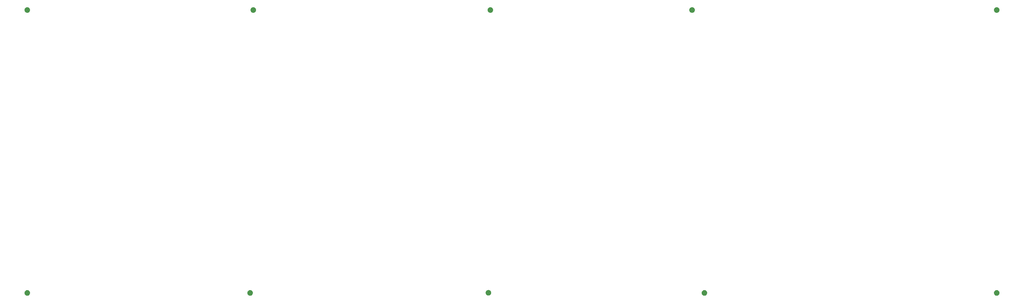
<source format=gbs>
G04 #@! TF.GenerationSoftware,KiCad,Pcbnew,(5.1.5-0-10_14)*
G04 #@! TF.CreationDate,2020-03-08T13:20:43+09:00*
G04 #@! TF.ProjectId,ColiceKeyPlate,436f6c69-6365-44b6-9579-506c6174652e,rev?*
G04 #@! TF.SameCoordinates,Original*
G04 #@! TF.FileFunction,Soldermask,Bot*
G04 #@! TF.FilePolarity,Negative*
%FSLAX46Y46*%
G04 Gerber Fmt 4.6, Leading zero omitted, Abs format (unit mm)*
G04 Created by KiCad (PCBNEW (5.1.5-0-10_14)) date 2020-03-08 13:20:43*
%MOMM*%
%LPD*%
G04 APERTURE LIST*
%ADD10C,0.100000*%
G04 APERTURE END LIST*
D10*
G36*
X429684549Y-133511116D02*
G01*
X429795734Y-133533232D01*
X430005203Y-133619997D01*
X430193720Y-133745960D01*
X430354040Y-133906280D01*
X430480003Y-134094797D01*
X430546058Y-134254267D01*
X430566768Y-134304267D01*
X430601055Y-134476636D01*
X430611000Y-134526636D01*
X430611000Y-134753364D01*
X430566768Y-134975734D01*
X430480003Y-135185203D01*
X430354040Y-135373720D01*
X430193720Y-135534040D01*
X430005203Y-135660003D01*
X429795734Y-135746768D01*
X429684549Y-135768884D01*
X429573365Y-135791000D01*
X429346635Y-135791000D01*
X429235451Y-135768884D01*
X429124266Y-135746768D01*
X428914797Y-135660003D01*
X428726280Y-135534040D01*
X428565960Y-135373720D01*
X428439997Y-135185203D01*
X428353232Y-134975734D01*
X428309000Y-134753364D01*
X428309000Y-134526636D01*
X428318946Y-134476636D01*
X428353232Y-134304267D01*
X428373943Y-134254267D01*
X428439997Y-134094797D01*
X428565960Y-133906280D01*
X428726280Y-133745960D01*
X428914797Y-133619997D01*
X429124266Y-133533232D01*
X429235451Y-133511116D01*
X429346635Y-133489000D01*
X429573365Y-133489000D01*
X429684549Y-133511116D01*
G37*
G36*
X308734549Y-133511116D02*
G01*
X308845734Y-133533232D01*
X309055203Y-133619997D01*
X309243720Y-133745960D01*
X309404040Y-133906280D01*
X309530003Y-134094797D01*
X309596058Y-134254267D01*
X309616768Y-134304267D01*
X309651055Y-134476636D01*
X309661000Y-134526636D01*
X309661000Y-134753364D01*
X309616768Y-134975734D01*
X309530003Y-135185203D01*
X309404040Y-135373720D01*
X309243720Y-135534040D01*
X309055203Y-135660003D01*
X308845734Y-135746768D01*
X308734549Y-135768884D01*
X308623365Y-135791000D01*
X308396635Y-135791000D01*
X308285451Y-135768884D01*
X308174266Y-135746768D01*
X307964797Y-135660003D01*
X307776280Y-135534040D01*
X307615960Y-135373720D01*
X307489997Y-135185203D01*
X307403232Y-134975734D01*
X307359000Y-134753364D01*
X307359000Y-134526636D01*
X307368946Y-134476636D01*
X307403232Y-134304267D01*
X307423943Y-134254267D01*
X307489997Y-134094797D01*
X307615960Y-133906280D01*
X307776280Y-133745960D01*
X307964797Y-133619997D01*
X308174266Y-133533232D01*
X308285451Y-133511116D01*
X308396635Y-133489000D01*
X308623365Y-133489000D01*
X308734549Y-133511116D01*
G37*
G36*
X120784549Y-133511116D02*
G01*
X120895734Y-133533232D01*
X121105203Y-133619997D01*
X121293720Y-133745960D01*
X121454040Y-133906280D01*
X121580003Y-134094797D01*
X121646058Y-134254267D01*
X121666768Y-134304267D01*
X121701055Y-134476636D01*
X121711000Y-134526636D01*
X121711000Y-134753364D01*
X121666768Y-134975734D01*
X121580003Y-135185203D01*
X121454040Y-135373720D01*
X121293720Y-135534040D01*
X121105203Y-135660003D01*
X120895734Y-135746768D01*
X120784549Y-135768884D01*
X120673365Y-135791000D01*
X120446635Y-135791000D01*
X120335451Y-135768884D01*
X120224266Y-135746768D01*
X120014797Y-135660003D01*
X119826280Y-135534040D01*
X119665960Y-135373720D01*
X119539997Y-135185203D01*
X119453232Y-134975734D01*
X119409000Y-134753364D01*
X119409000Y-134526636D01*
X119418946Y-134476636D01*
X119453232Y-134304267D01*
X119473943Y-134254267D01*
X119539997Y-134094797D01*
X119665960Y-133906280D01*
X119826280Y-133745960D01*
X120014797Y-133619997D01*
X120224266Y-133533232D01*
X120335451Y-133511116D01*
X120446635Y-133489000D01*
X120673365Y-133489000D01*
X120784549Y-133511116D01*
G37*
G36*
X28584549Y-133511116D02*
G01*
X28695734Y-133533232D01*
X28905203Y-133619997D01*
X29093720Y-133745960D01*
X29254040Y-133906280D01*
X29380003Y-134094797D01*
X29446058Y-134254267D01*
X29466768Y-134304267D01*
X29501055Y-134476636D01*
X29511000Y-134526636D01*
X29511000Y-134753364D01*
X29466768Y-134975734D01*
X29380003Y-135185203D01*
X29254040Y-135373720D01*
X29093720Y-135534040D01*
X28905203Y-135660003D01*
X28695734Y-135746768D01*
X28584549Y-135768884D01*
X28473365Y-135791000D01*
X28246635Y-135791000D01*
X28135451Y-135768884D01*
X28024266Y-135746768D01*
X27814797Y-135660003D01*
X27626280Y-135534040D01*
X27465960Y-135373720D01*
X27339997Y-135185203D01*
X27253232Y-134975734D01*
X27209000Y-134753364D01*
X27209000Y-134526636D01*
X27218946Y-134476636D01*
X27253232Y-134304267D01*
X27273943Y-134254267D01*
X27339997Y-134094797D01*
X27465960Y-133906280D01*
X27626280Y-133745960D01*
X27814797Y-133619997D01*
X28024266Y-133533232D01*
X28135451Y-133511116D01*
X28246635Y-133489000D01*
X28473365Y-133489000D01*
X28584549Y-133511116D01*
G37*
G36*
X219384549Y-133461116D02*
G01*
X219495734Y-133483232D01*
X219705203Y-133569997D01*
X219893720Y-133695960D01*
X220054040Y-133856280D01*
X220180003Y-134044797D01*
X220266768Y-134254266D01*
X220276714Y-134304267D01*
X220311000Y-134476635D01*
X220311000Y-134703365D01*
X220301054Y-134753365D01*
X220266768Y-134925734D01*
X220180003Y-135135203D01*
X220054040Y-135323720D01*
X219893720Y-135484040D01*
X219705203Y-135610003D01*
X219495734Y-135696768D01*
X219384549Y-135718884D01*
X219273365Y-135741000D01*
X219046635Y-135741000D01*
X218935451Y-135718884D01*
X218824266Y-135696768D01*
X218614797Y-135610003D01*
X218426280Y-135484040D01*
X218265960Y-135323720D01*
X218139997Y-135135203D01*
X218053232Y-134925734D01*
X218018946Y-134753365D01*
X218009000Y-134703365D01*
X218009000Y-134476635D01*
X218043286Y-134304267D01*
X218053232Y-134254266D01*
X218139997Y-134044797D01*
X218265960Y-133856280D01*
X218426280Y-133695960D01*
X218614797Y-133569997D01*
X218824266Y-133483232D01*
X218935451Y-133461116D01*
X219046635Y-133439000D01*
X219273365Y-133439000D01*
X219384549Y-133461116D01*
G37*
G36*
X429684549Y-16211116D02*
G01*
X429795734Y-16233232D01*
X430005203Y-16319997D01*
X430193720Y-16445960D01*
X430354040Y-16606280D01*
X430480003Y-16794797D01*
X430566768Y-17004266D01*
X430611000Y-17226636D01*
X430611000Y-17453364D01*
X430566768Y-17675734D01*
X430480003Y-17885203D01*
X430354040Y-18073720D01*
X430193720Y-18234040D01*
X430005203Y-18360003D01*
X429795734Y-18446768D01*
X429684549Y-18468884D01*
X429573365Y-18491000D01*
X429346635Y-18491000D01*
X429235451Y-18468884D01*
X429124266Y-18446768D01*
X428914797Y-18360003D01*
X428726280Y-18234040D01*
X428565960Y-18073720D01*
X428439997Y-17885203D01*
X428353232Y-17675734D01*
X428309000Y-17453364D01*
X428309000Y-17226636D01*
X428353232Y-17004266D01*
X428439997Y-16794797D01*
X428565960Y-16606280D01*
X428726280Y-16445960D01*
X428914797Y-16319997D01*
X429124266Y-16233232D01*
X429235451Y-16211116D01*
X429346635Y-16189000D01*
X429573365Y-16189000D01*
X429684549Y-16211116D01*
G37*
G36*
X303634549Y-16211116D02*
G01*
X303745734Y-16233232D01*
X303955203Y-16319997D01*
X304143720Y-16445960D01*
X304304040Y-16606280D01*
X304430003Y-16794797D01*
X304516768Y-17004266D01*
X304561000Y-17226636D01*
X304561000Y-17453364D01*
X304516768Y-17675734D01*
X304430003Y-17885203D01*
X304304040Y-18073720D01*
X304143720Y-18234040D01*
X303955203Y-18360003D01*
X303745734Y-18446768D01*
X303634549Y-18468884D01*
X303523365Y-18491000D01*
X303296635Y-18491000D01*
X303185451Y-18468884D01*
X303074266Y-18446768D01*
X302864797Y-18360003D01*
X302676280Y-18234040D01*
X302515960Y-18073720D01*
X302389997Y-17885203D01*
X302303232Y-17675734D01*
X302259000Y-17453364D01*
X302259000Y-17226636D01*
X302303232Y-17004266D01*
X302389997Y-16794797D01*
X302515960Y-16606280D01*
X302676280Y-16445960D01*
X302864797Y-16319997D01*
X303074266Y-16233232D01*
X303185451Y-16211116D01*
X303296635Y-16189000D01*
X303523365Y-16189000D01*
X303634549Y-16211116D01*
G37*
G36*
X220184549Y-16211116D02*
G01*
X220295734Y-16233232D01*
X220505203Y-16319997D01*
X220693720Y-16445960D01*
X220854040Y-16606280D01*
X220980003Y-16794797D01*
X221066768Y-17004266D01*
X221111000Y-17226636D01*
X221111000Y-17453364D01*
X221066768Y-17675734D01*
X220980003Y-17885203D01*
X220854040Y-18073720D01*
X220693720Y-18234040D01*
X220505203Y-18360003D01*
X220295734Y-18446768D01*
X220184549Y-18468884D01*
X220073365Y-18491000D01*
X219846635Y-18491000D01*
X219735451Y-18468884D01*
X219624266Y-18446768D01*
X219414797Y-18360003D01*
X219226280Y-18234040D01*
X219065960Y-18073720D01*
X218939997Y-17885203D01*
X218853232Y-17675734D01*
X218809000Y-17453364D01*
X218809000Y-17226636D01*
X218853232Y-17004266D01*
X218939997Y-16794797D01*
X219065960Y-16606280D01*
X219226280Y-16445960D01*
X219414797Y-16319997D01*
X219624266Y-16233232D01*
X219735451Y-16211116D01*
X219846635Y-16189000D01*
X220073365Y-16189000D01*
X220184549Y-16211116D01*
G37*
G36*
X122084549Y-16211116D02*
G01*
X122195734Y-16233232D01*
X122405203Y-16319997D01*
X122593720Y-16445960D01*
X122754040Y-16606280D01*
X122880003Y-16794797D01*
X122966768Y-17004266D01*
X123011000Y-17226636D01*
X123011000Y-17453364D01*
X122966768Y-17675734D01*
X122880003Y-17885203D01*
X122754040Y-18073720D01*
X122593720Y-18234040D01*
X122405203Y-18360003D01*
X122195734Y-18446768D01*
X122084549Y-18468884D01*
X121973365Y-18491000D01*
X121746635Y-18491000D01*
X121635451Y-18468884D01*
X121524266Y-18446768D01*
X121314797Y-18360003D01*
X121126280Y-18234040D01*
X120965960Y-18073720D01*
X120839997Y-17885203D01*
X120753232Y-17675734D01*
X120709000Y-17453364D01*
X120709000Y-17226636D01*
X120753232Y-17004266D01*
X120839997Y-16794797D01*
X120965960Y-16606280D01*
X121126280Y-16445960D01*
X121314797Y-16319997D01*
X121524266Y-16233232D01*
X121635451Y-16211116D01*
X121746635Y-16189000D01*
X121973365Y-16189000D01*
X122084549Y-16211116D01*
G37*
G36*
X28584549Y-16211116D02*
G01*
X28695734Y-16233232D01*
X28905203Y-16319997D01*
X29093720Y-16445960D01*
X29254040Y-16606280D01*
X29380003Y-16794797D01*
X29466768Y-17004266D01*
X29511000Y-17226636D01*
X29511000Y-17453364D01*
X29466768Y-17675734D01*
X29380003Y-17885203D01*
X29254040Y-18073720D01*
X29093720Y-18234040D01*
X28905203Y-18360003D01*
X28695734Y-18446768D01*
X28584549Y-18468884D01*
X28473365Y-18491000D01*
X28246635Y-18491000D01*
X28135451Y-18468884D01*
X28024266Y-18446768D01*
X27814797Y-18360003D01*
X27626280Y-18234040D01*
X27465960Y-18073720D01*
X27339997Y-17885203D01*
X27253232Y-17675734D01*
X27209000Y-17453364D01*
X27209000Y-17226636D01*
X27253232Y-17004266D01*
X27339997Y-16794797D01*
X27465960Y-16606280D01*
X27626280Y-16445960D01*
X27814797Y-16319997D01*
X28024266Y-16233232D01*
X28135451Y-16211116D01*
X28246635Y-16189000D01*
X28473365Y-16189000D01*
X28584549Y-16211116D01*
G37*
M02*

</source>
